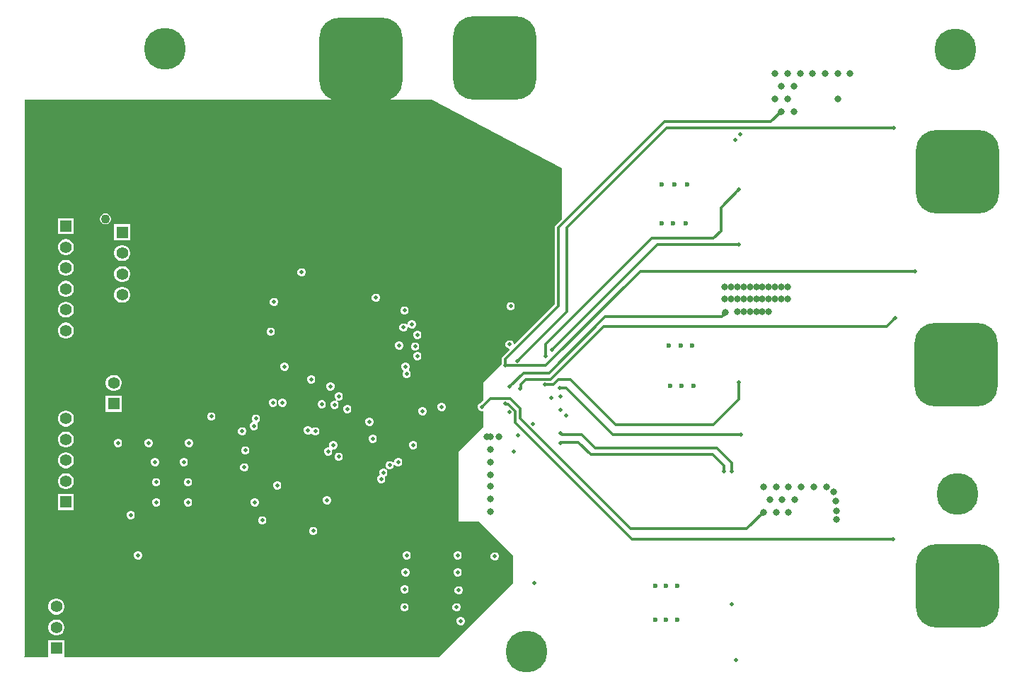
<source format=gbr>
%FSTAX23Y23*%
%MOIN*%
%SFA1B1*%

%IPPOS*%
%AMD100*
4,1,8,0.098400,0.196800,-0.098400,0.196800,-0.196800,0.098400,-0.196800,-0.098400,-0.098400,-0.196800,0.098400,-0.196800,0.196800,-0.098400,0.196800,0.098400,0.098400,0.196800,0.0*
1,1,0.196860,0.098400,0.098400*
1,1,0.196860,-0.098400,0.098400*
1,1,0.196860,-0.098400,-0.098400*
1,1,0.196860,0.098400,-0.098400*
%
%AMD101*
4,1,8,-0.196800,0.098400,-0.196800,-0.098400,-0.098400,-0.196800,0.098400,-0.196800,0.196800,-0.098400,0.196800,0.098400,0.098400,0.196800,-0.098400,0.196800,-0.196800,0.098400,0.0*
1,1,0.196860,-0.098400,0.098400*
1,1,0.196860,-0.098400,-0.098400*
1,1,0.196860,0.098400,-0.098400*
1,1,0.196860,0.098400,0.098400*
%
%ADD91R,0.055120X0.055120*%
%ADD92C,0.055120*%
%ADD93C,0.043310*%
%ADD98C,0.011810*%
%ADD99C,0.196850*%
G04~CAMADD=100~8~0.0~0.0~3937.0~3937.0~984.3~0.0~15~0.0~0.0~0.0~0.0~0~0.0~0.0~0.0~0.0~0~0.0~0.0~0.0~0.0~3937.0~3937.0*
%ADD100D100*%
G04~CAMADD=101~8~0.0~0.0~3937.0~3937.0~984.3~0.0~15~0.0~0.0~0.0~0.0~0~0.0~0.0~0.0~0.0~0~0.0~0.0~0.0~90.0~3936.0~3936.0*
%ADD101D101*%
%ADD102C,0.019680*%
%ADD103C,0.031500*%
%ADD104C,0.023620*%
%LNpcb_copper_signal_1-1*%
%LPD*%
G36*
X05964Y04118D02*
X05962Y04118D01*
X05961Y04117*
X0596Y04117*
X05958Y04117*
X05957Y04116*
X05956Y04116*
X05955Y04115*
X05954Y04114*
X05952Y04113*
X05951Y04112*
X05943Y04121*
X05944Y04122*
X05945Y04123*
X05946Y04124*
X05946Y04125*
X05947Y04126*
X05947Y04128*
X05948Y04129*
X05948Y0413*
X05948Y04132*
X05948Y04133*
X05964Y04118*
G37*
G36*
X06487Y04048D02*
X06487Y04048D01*
X06487Y04048*
X06486Y04048*
X06486Y04048*
X06485Y04048*
X06484Y04049*
X06482Y04049*
X06481Y04049*
Y0406*
X06482Y0406*
X06485Y04061*
X06486Y04061*
X06486Y04061*
X06487Y04061*
X06487Y04061*
X06487Y04061*
Y04048*
G37*
G36*
X05764Y03755D02*
X05764Y03755D01*
X05764Y03755*
X05763Y03754*
X05763Y03754*
X05762Y03754*
X05761Y03753*
X0576Y03751*
X05759Y03751*
X05751Y03759*
X05751Y0376*
X05754Y03762*
X05754Y03763*
X05754Y03763*
X05755Y03764*
X05755Y03764*
X05755Y03764*
X05764Y03755*
G37*
G36*
X05757Y03498D02*
X05757Y03498D01*
X05757Y03498*
X05756Y03498*
X05756Y03498*
X05755Y03498*
X05754Y03499*
X05752Y03499*
X05751Y03499*
Y0351*
X05752Y0351*
X05755Y03511*
X05756Y03511*
X05756Y03511*
X05757Y03511*
X05757Y03511*
X05757Y03511*
Y03498*
G37*
G36*
X06587Y03373D02*
X06587Y03373D01*
X06587Y03373*
X06586Y03373*
X06586Y03373*
X06585Y03373*
X06584Y03374*
X06582Y03374*
X06581Y03374*
Y03385*
X06582Y03385*
X06585Y03386*
X06586Y03386*
X06586Y03386*
X06587Y03386*
X06587Y03386*
X06587Y03386*
Y03373*
G37*
G36*
X05702Y0317D02*
X05701Y03169D01*
X05699Y03169*
X05698Y03168*
X05697Y03168*
X05695Y03167*
X05694Y03167*
X05693Y03166*
X05692Y03165*
X05691Y03164*
X0569Y03163*
X0568Y0317*
X05681Y03171*
X05682Y03172*
X05682Y03173*
X05683Y03174*
X05684Y03176*
X05684Y03177*
X05684Y03178*
X05684Y0318*
X05684Y03181*
X05684Y03182*
X05702Y0317*
G37*
G36*
X06499Y0315D02*
X06499Y0315D01*
X06499Y0315*
X06498Y03149*
X06498Y03149*
X06497Y03149*
X06496Y03148*
X06495Y03146*
X06494Y03146*
X06486Y03154*
X06486Y03155*
X06489Y03157*
X06489Y03158*
X06489Y03158*
X0649Y03159*
X0649Y03159*
X0649Y03159*
X06499Y0315*
G37*
G36*
X0493Y03865D02*
Y03625D01*
X04902Y03597*
X04898Y03591*
X04896Y03585*
Y03222*
X04709Y03035*
X04704Y03037*
Y03038*
X04701Y03046*
X04696Y03051*
X04688Y03054*
X04681*
X04673Y03051*
X04668Y03046*
X04665Y03038*
Y03031*
X04668Y03023*
X04673Y03018*
X04681Y03015*
X04682*
X04684Y0301*
X04652Y02977*
X04648Y02971*
X04646Y02965*
Y02943*
X04646Y02941*
X0456Y02855*
Y0277*
X04548Y02758*
X04543Y02756*
X04538Y02751*
X04535Y02743*
Y02736*
X04538Y02728*
X04543Y02723*
X04551Y0272*
X04558*
X0456Y02719*
Y02645*
X04445Y0253*
Y022*
X0454*
X047Y0204*
Y0191*
X0435Y0156*
X02589*
X02587Y01564*
Y01565*
Y01639*
X02512*
Y01565*
Y01564*
X0251Y0156*
X02401*
X02399Y01564*
X024Y01565*
Y0419*
X04317*
X0493Y03865*
G37*
G36*
X04898Y03015D02*
X04898Y03014D01*
X04895Y03012*
X04895Y03011*
X04895Y03011*
X04895Y0301*
X04894Y0301*
X04894Y0301*
X04885Y03019*
X04885Y03019*
X04885Y0302*
X04886Y0302*
X04886Y0302*
X04887Y0302*
X04888Y03021*
X04889Y03023*
X0489Y03023*
X04898Y03015*
G37*
G36*
X0486Y02992D02*
X04861Y02989D01*
X04861Y02988*
X04861Y02988*
X04861Y02987*
X04861Y02987*
X04861Y02987*
X04848*
X04848Y02987*
X04848Y02987*
X04848Y02988*
X04848Y02988*
X04848Y02989*
X04849Y0299*
X04849Y02992*
X04849Y02993*
X0486*
X0486Y02992*
G37*
G36*
X04733Y0296D02*
X04733Y02959D01*
X0473Y02957*
X0473Y02956*
X0473Y02956*
X0473Y02955*
X04729Y02955*
X04729Y02955*
X0472Y02964*
X0472Y02964*
X0472Y02965*
X04721Y02965*
X04721Y02965*
X04722Y02965*
X04723Y02966*
X04724Y02968*
X04725Y02968*
X04733Y0296*
G37*
G36*
X0467Y02947D02*
X04671Y02944D01*
X04671Y02943*
X04671Y02943*
X04671Y02942*
X04671Y02942*
X04671Y02942*
X04658*
X04658Y02942*
X04658Y02942*
X04658Y02943*
X04658Y02943*
X04658Y02944*
X04659Y02945*
X04659Y02947*
X04659Y02948*
X0467*
X0467Y02947*
G37*
G36*
X04672Y02941D02*
X04672Y02941D01*
X04673Y02941*
X04673Y02941*
X04674Y02941*
X04675Y0294*
X04677Y0294*
X04678Y0294*
Y02929*
X04677Y02929*
X04674Y02928*
X04673Y02928*
X04673Y02928*
X04672Y02928*
X04672Y02928*
X04672Y02928*
Y02941*
X04672Y02941*
G37*
G36*
X05771Y02847D02*
X05771Y02847D01*
X05771Y02846*
X05771Y02846*
X05771Y02845*
X0577Y02844*
X0577Y02842*
X0577Y02841*
X05759*
X05759Y02842*
X05758Y02845*
X05758Y02846*
X05758Y02846*
X05758Y02847*
X05758Y02847*
X05758Y02847*
X05771*
X05771Y02847*
G37*
G36*
X04857Y02851D02*
X04857Y02851D01*
X04858Y02851*
X04858Y02851*
X04859Y02851*
X0486Y0285*
X04862Y0285*
X04863Y0285*
Y02839*
X04862Y02839*
X04859Y02838*
X04858Y02838*
X04858Y02838*
X04857Y02838*
X04857Y02838*
X04857Y02838*
Y02851*
X04857Y02851*
G37*
G36*
X04927Y02836D02*
X04927Y02836D01*
X04928Y02836*
X04928Y02836*
X04929Y02836*
X0493Y02835*
X04932Y02835*
X04933Y02835*
Y02824*
X04932Y02824*
X04929Y02823*
X04928Y02823*
X04928Y02823*
X04927Y02823*
X04927Y02823*
X04927Y02823*
Y02836*
X04927Y02836*
G37*
G36*
X04568Y02745D02*
X04568Y02744D01*
X04565Y02742*
X04565Y02741*
X04565Y02741*
X04565Y0274*
X04564Y0274*
X04564Y0274*
X04555Y02749*
X04555Y02749*
X04555Y0275*
X04556Y0275*
X04556Y0275*
X04557Y0275*
X04558Y02751*
X04559Y02753*
X0456Y02753*
X04568Y02745*
G37*
G36*
X04934Y02617D02*
X04934Y02617D01*
X04935Y02616*
X04935Y02616*
X04936Y02616*
X04936Y02616*
X04937Y02616*
X04939Y02616*
X0494Y02616*
X04939Y02604*
X04928Y02605*
X04934Y02617*
X04934Y02617*
G37*
G36*
X05767Y02603D02*
X05767Y02603D01*
X05767Y02603*
X05766Y02603*
X05766Y02603*
X05765Y02603*
X05764Y02604*
X05762Y02604*
X05761Y02604*
Y02615*
X05762Y02615*
X05765Y02616*
X05766Y02616*
X05766Y02616*
X05767Y02616*
X05767Y02616*
X05767Y02616*
Y02603*
G37*
G36*
X0494Y02568D02*
X04939Y02568D01*
X04936Y02568*
X04936Y02568*
X04935Y02568*
X04935Y02568*
X04934Y02567*
X04934Y02567*
X04934Y02567*
X04928Y02579*
X04939Y0258*
X0494Y02568*
G37*
G36*
X05735Y02447D02*
X05736Y02444D01*
X05736Y02443*
X05736Y02443*
X05736Y02442*
X05736Y02442*
X05736Y02442*
X05723*
X05723Y02442*
X05723Y02442*
X05723Y02443*
X05723Y02443*
X05723Y02444*
X05724Y02445*
X05724Y02447*
X05724Y02448*
X05735*
X05735Y02447*
G37*
G36*
X057D02*
X057Y02444D01*
X057Y02443*
X05701Y02443*
X05701Y02442*
X05701Y02442*
X05701Y02442*
X05687*
X05687Y02442*
X05688Y02442*
X05688Y02443*
X05688Y02443*
X05688Y02444*
X05688Y02445*
X05688Y02447*
X05688Y02448*
X057*
X057Y02447*
G37*
G36*
X0588Y02228D02*
X05879Y02228D01*
X05878Y02228*
X05876Y02227*
X05875Y02227*
X05874Y02227*
X05872Y02226*
X05871Y02225*
X0587Y02224*
X05869Y02223*
X05868Y02222*
X05859Y02231*
X0586Y02232*
X05861Y02233*
X05862Y02234*
X05863Y02235*
X05863Y02237*
X05864Y02238*
X05864Y02239*
X05865Y02241*
X05865Y02242*
X05865Y02243*
X0588Y02228*
G37*
G36*
X06482Y02108D02*
X06482Y02108D01*
X06482Y02108*
X06481Y02108*
X06481Y02108*
X0648Y02108*
X06479Y02109*
X06477Y02109*
X06476Y02109*
Y0212*
X06477Y0212*
X0648Y02121*
X06481Y02121*
X06481Y02121*
X06482Y02121*
X06482Y02121*
X06482Y02121*
Y02108*
G37*
%LNpcb_copper_signal_1-2*%
%LPC*%
G36*
X02784Y03652D02*
X02777D01*
X02771Y03651*
X02765Y03647*
X0276Y03642*
X02757Y03637*
X02755Y0363*
Y03623*
X02757Y03617*
X0276Y03611*
X02765Y03606*
X02771Y03603*
X02777Y03601*
X02784*
X02791Y03603*
X02796Y03606*
X02801Y03611*
X02805Y03617*
X02806Y03623*
Y0363*
X02805Y03637*
X02801Y03642*
X02796Y03647*
X02791Y03651*
X02784Y03652*
G37*
G36*
X02632Y0363D02*
X02557D01*
Y03555*
X02632*
Y0363*
G37*
G36*
X02897Y03601D02*
X02822D01*
Y03526*
X02897*
Y03601*
G37*
G36*
X02599Y03532D02*
X0259D01*
X0258Y03529*
X02571Y03524*
X02564Y03517*
X0256Y03509*
X02557Y03499*
Y03489*
X0256Y0348*
X02564Y03471*
X02571Y03464*
X0258Y03459*
X0259Y03456*
X02599*
X02609Y03459*
X02618Y03464*
X02625Y03471*
X0263Y0348*
X02632Y03489*
Y03499*
X0263Y03509*
X02625Y03517*
X02618Y03524*
X02609Y03529*
X02599Y03532*
G37*
G36*
X02864Y03503D02*
X02855D01*
X02845Y035*
X02836Y03495*
X02829Y03488*
X02825Y0348*
X02822Y0347*
Y0346*
X02825Y03451*
X02829Y03442*
X02836Y03435*
X02845Y0343*
X02855Y03428*
X02864*
X02874Y0343*
X02883Y03435*
X0289Y03442*
X02895Y03451*
X02897Y0346*
Y0347*
X02895Y0348*
X0289Y03488*
X02883Y03495*
X02874Y035*
X02864Y03503*
G37*
G36*
X02599Y03433D02*
X0259D01*
X0258Y03431*
X02571Y03426*
X02564Y03419*
X0256Y0341*
X02557Y03401*
Y03391*
X0256Y03381*
X02564Y03373*
X02571Y03366*
X0258Y03361*
X0259Y03358*
X02599*
X02609Y03361*
X02618Y03366*
X02625Y03373*
X0263Y03381*
X02632Y03391*
Y03401*
X0263Y0341*
X02625Y03419*
X02618Y03426*
X02609Y03431*
X02599Y03433*
G37*
G36*
X03708Y03394D02*
X03701D01*
X03693Y03391*
X03688Y03386*
X03685Y03378*
Y03371*
X03688Y03363*
X03693Y03358*
X03701Y03355*
X03708*
X03716Y03358*
X03721Y03363*
X03724Y03371*
Y03378*
X03721Y03386*
X03716Y03391*
X03708Y03394*
G37*
G36*
X02864Y03404D02*
X02855D01*
X02845Y03402*
X02836Y03397*
X02829Y0339*
X02825Y03381*
X02822Y03372*
Y03362*
X02825Y03352*
X02829Y03344*
X02836Y03337*
X02845Y03332*
X02855Y03329*
X02864*
X02874Y03332*
X02883Y03337*
X0289Y03344*
X02895Y03352*
X02897Y03362*
Y03372*
X02895Y03381*
X0289Y0339*
X02883Y03397*
X02874Y03402*
X02864Y03404*
G37*
G36*
X02599Y03335D02*
X0259D01*
X0258Y03332*
X02571Y03327*
X02564Y0332*
X0256Y03312*
X02557Y03302*
Y03292*
X0256Y03283*
X02564Y03274*
X02571Y03267*
X0258Y03262*
X0259Y0326*
X02599*
X02609Y03262*
X02618Y03267*
X02625Y03274*
X0263Y03283*
X02632Y03292*
Y03302*
X0263Y03312*
X02625Y0332*
X02618Y03327*
X02609Y03332*
X02599Y03335*
G37*
G36*
X04058Y03274D02*
X04051D01*
X04043Y03271*
X04038Y03266*
X04035Y03258*
Y03251*
X04038Y03243*
X04043Y03238*
X04051Y03235*
X04058*
X04066Y03238*
X04071Y03243*
X04074Y03251*
Y03258*
X04071Y03266*
X04066Y03271*
X04058Y03274*
G37*
G36*
X02864Y03306D02*
X02855D01*
X02845Y03303*
X02836Y03299*
X02829Y03292*
X02825Y03283*
X02822Y03273*
Y03264*
X02825Y03254*
X02829Y03245*
X02836Y03238*
X02845Y03233*
X02855Y03231*
X02864*
X02874Y03233*
X02883Y03238*
X0289Y03245*
X02895Y03254*
X02897Y03264*
Y03273*
X02895Y03283*
X0289Y03292*
X02883Y03299*
X02874Y03303*
X02864Y03306*
G37*
G36*
X03578Y03254D02*
X03571D01*
X03563Y03251*
X03558Y03246*
X03555Y03238*
Y03231*
X03558Y03223*
X03563Y03218*
X03571Y03215*
X03578*
X03586Y03218*
X03591Y03223*
X03594Y03231*
Y03238*
X03591Y03246*
X03586Y03251*
X03578Y03254*
G37*
G36*
X04693Y03234D02*
X04686D01*
X04678Y03231*
X04673Y03226*
X0467Y03218*
Y03211*
X04673Y03203*
X04678Y03198*
X04686Y03195*
X04693*
X04701Y03198*
X04706Y03203*
X04709Y03211*
Y03218*
X04706Y03226*
X04701Y03231*
X04693Y03234*
G37*
G36*
X04193Y03214D02*
X04186D01*
X04178Y03211*
X04173Y03206*
X0417Y03198*
Y03191*
X04173Y03183*
X04178Y03178*
X04186Y03175*
X04193*
X04201Y03178*
X04206Y03183*
X04209Y03191*
Y03198*
X04206Y03206*
X04201Y03211*
X04193Y03214*
G37*
G36*
X02599Y03236D02*
X0259D01*
X0258Y03234*
X02571Y03229*
X02564Y03222*
X0256Y03213*
X02557Y03204*
Y03194*
X0256Y03184*
X02564Y03176*
X02571Y03169*
X0258Y03164*
X0259Y03161*
X02599*
X02609Y03164*
X02618Y03169*
X02625Y03176*
X0263Y03184*
X02632Y03194*
Y03204*
X0263Y03213*
X02625Y03222*
X02618Y03229*
X02609Y03234*
X02599Y03236*
G37*
G36*
X04228Y03149D02*
X04221D01*
X04213Y03146*
X04208Y03141*
X04205Y03133*
Y03129*
X042Y03127*
X04196Y03131*
X04188Y03134*
X04181*
X04173Y03131*
X04168Y03126*
X04165Y03118*
Y03111*
X04168Y03103*
X04173Y03098*
X04181Y03095*
X04188*
X04196Y03098*
X04201Y03103*
X04204Y03111*
Y03115*
X04209Y03117*
X04213Y03113*
X04221Y0311*
X04228*
X04236Y03113*
X04241Y03118*
X04244Y03126*
Y03133*
X04241Y03141*
X04236Y03146*
X04228Y03149*
G37*
G36*
X03563Y03114D02*
X03556D01*
X03548Y03111*
X03543Y03106*
X0354Y03098*
Y03091*
X03543Y03083*
X03548Y03078*
X03556Y03075*
X03563*
X03571Y03078*
X03576Y03083*
X03579Y03091*
Y03098*
X03576Y03106*
X03571Y03111*
X03563Y03114*
G37*
G36*
X02599Y03138D02*
X0259D01*
X0258Y03135*
X02571Y0313*
X02564Y03123*
X0256Y03115*
X02557Y03105*
Y03095*
X0256Y03086*
X02564Y03077*
X02571Y0307*
X0258Y03065*
X0259Y03063*
X02599*
X02609Y03065*
X02618Y0307*
X02625Y03077*
X0263Y03086*
X02632Y03095*
Y03105*
X0263Y03115*
X02625Y03123*
X02618Y0313*
X02609Y03135*
X02599Y03138*
G37*
G36*
X04253Y03099D02*
X04246D01*
X04238Y03096*
X04233Y03091*
X0423Y03083*
Y03076*
X04233Y03068*
X04238Y03063*
X04246Y0306*
X04253*
X04261Y03063*
X04266Y03068*
X04269Y03076*
Y03083*
X04266Y03091*
X04261Y03096*
X04253Y03099*
G37*
G36*
X04168Y03049D02*
X04161D01*
X04153Y03046*
X04148Y03041*
X04145Y03033*
Y03026*
X04148Y03018*
X04153Y03013*
X04161Y0301*
X04168*
X04176Y03013*
X04181Y03018*
X04184Y03026*
Y03033*
X04181Y03041*
X04176Y03046*
X04168Y03049*
G37*
G36*
X04243Y03044D02*
X04236D01*
X04228Y03041*
X04223Y03036*
X0422Y03028*
Y03021*
X04223Y03013*
X04228Y03008*
X04236Y03005*
X04243*
X04251Y03008*
X04256Y03013*
X04259Y03021*
Y03028*
X04256Y03036*
X04251Y03041*
X04243Y03044*
G37*
G36*
X04253Y02999D02*
X04246D01*
X04238Y02996*
X04233Y02991*
X0423Y02983*
Y02976*
X04233Y02968*
X04238Y02963*
X04246Y0296*
X04253*
X04261Y02963*
X04266Y02968*
X04269Y02976*
Y02983*
X04266Y02991*
X04261Y02996*
X04253Y02999*
G37*
G36*
X03628Y02949D02*
X03621D01*
X03613Y02946*
X03608Y02941*
X03605Y02933*
Y02926*
X03608Y02918*
X03613Y02913*
X03621Y0291*
X03628*
X03636Y02913*
X03641Y02918*
X03644Y02926*
Y02933*
X03641Y02941*
X03636Y02946*
X03628Y02949*
G37*
G36*
X04198D02*
X04191D01*
X04183Y02946*
X04178Y02941*
X04175Y02933*
Y02926*
X04178Y02918*
X04183Y02913*
X04184Y02913*
X04185Y02908*
X04183Y02906*
X0418Y02899*
Y02891*
X04183Y02883*
X04188Y02878*
X04196Y02875*
X04204*
X04211Y02878*
X04216Y02883*
X04219Y02891*
Y02899*
X04216Y02906*
X04211Y02911*
X0421Y02912*
X0421Y02916*
X04211Y02918*
X04214Y02926*
Y02933*
X04211Y02941*
X04206Y02946*
X04198Y02949*
G37*
G36*
X03753Y02889D02*
X03746D01*
X03738Y02886*
X03733Y02881*
X0373Y02873*
Y02866*
X03733Y02858*
X03738Y02853*
X03746Y0285*
X03753*
X03761Y02853*
X03766Y02858*
X03769Y02866*
Y02873*
X03766Y02881*
X03761Y02886*
X03753Y02889*
G37*
G36*
X03844Y02857D02*
X03836D01*
X03829Y02854*
X03823Y02848*
X0382Y02841*
Y02833*
X03823Y02826*
X03829Y0282*
X03836Y02817*
X03844*
X03851Y0282*
X03857Y02826*
X0386Y02833*
Y02841*
X03857Y02848*
X03851Y02854*
X03844Y02857*
G37*
G36*
X02824Y0289D02*
X02815D01*
X02805Y02888*
X02796Y02883*
X02789Y02876*
X02785Y02867*
X02782Y02858*
Y02848*
X02785Y02838*
X02789Y0283*
X02796Y02823*
X02805Y02818*
X02815Y02815*
X02824*
X02834Y02818*
X02843Y02823*
X0285Y0283*
X02855Y02838*
X02857Y02848*
Y02858*
X02855Y02867*
X0285Y02876*
X02843Y02883*
X02834Y02888*
X02824Y0289*
G37*
G36*
X03883Y02809D02*
X03876D01*
X03868Y02806*
X03863Y02801*
X0386Y02793*
Y02786*
X03863Y02778*
X03868Y02773*
X03866Y02768*
X03866Y02768*
X03863Y02769*
X03856*
X03848Y02766*
X03843Y02761*
X0384Y02753*
Y02746*
X03843Y02738*
X03848Y02733*
X03856Y0273*
X03863*
X03871Y02733*
X03876Y02738*
X03879Y02746*
Y02753*
X03876Y02761*
X03871Y02766*
X03873Y02771*
X03873Y02771*
X03876Y0277*
X03883*
X03891Y02773*
X03896Y02778*
X03899Y02786*
Y02793*
X03896Y02801*
X03891Y02806*
X03883Y02809*
G37*
G36*
X03618Y02779D02*
X03611D01*
X03603Y02776*
X03598Y02771*
X03595Y02763*
Y02756*
X03598Y02748*
X03603Y02743*
X03611Y0274*
X03618*
X03626Y02743*
X03631Y02748*
X03634Y02756*
Y02763*
X03631Y02771*
X03626Y02776*
X03618Y02779*
G37*
G36*
X03573D02*
X03566D01*
X03558Y02776*
X03553Y02771*
X0355Y02763*
Y02756*
X03553Y02748*
X03558Y02743*
X03566Y0274*
X03573*
X03581Y02743*
X03586Y02748*
X03589Y02756*
Y02763*
X03586Y02771*
X03581Y02776*
X03573Y02779*
G37*
G36*
X03803Y02772D02*
X03796D01*
X03788Y02769*
X03783Y02763*
X0378Y02756*
Y02748*
X03783Y02741*
X03788Y02735*
X03796Y02732*
X03803*
X03811Y02735*
X03816Y02741*
X03819Y02748*
Y02756*
X03816Y02763*
X03811Y02769*
X03803Y02772*
G37*
G36*
X04368Y02759D02*
X04361D01*
X04353Y02756*
X04348Y02751*
X04345Y02743*
Y02736*
X04348Y02728*
X04353Y02723*
X04361Y0272*
X04368*
X04376Y02723*
X04381Y02728*
X04384Y02736*
Y02743*
X04381Y02751*
X04376Y02756*
X04368Y02759*
G37*
G36*
X02857Y02792D02*
X02782D01*
Y02717*
X02857*
Y02792*
G37*
G36*
X03923Y02749D02*
X03916D01*
X03908Y02746*
X03903Y02741*
X039Y02733*
Y02726*
X03903Y02718*
X03908Y02713*
X03916Y0271*
X03923*
X03931Y02713*
X03936Y02718*
X03939Y02726*
Y02733*
X03936Y02741*
X03931Y02746*
X03923Y02749*
G37*
G36*
X04278Y02739D02*
X04271D01*
X04263Y02736*
X04258Y02731*
X04255Y02723*
Y02716*
X04258Y02708*
X04263Y02703*
X04271Y027*
X04278*
X04286Y02703*
X04291Y02708*
X04294Y02716*
Y02723*
X04291Y02731*
X04286Y02736*
X04278Y02739*
G37*
G36*
X03283Y02714D02*
X03276D01*
X03268Y02711*
X03263Y02706*
X0326Y02698*
Y02691*
X03263Y02683*
X03268Y02678*
X03276Y02675*
X03283*
X03291Y02678*
X03296Y02683*
X03299Y02691*
Y02698*
X03296Y02706*
X03291Y02711*
X03283Y02714*
G37*
G36*
X04028Y02689D02*
X04021D01*
X04013Y02686*
X04008Y02681*
X04005Y02673*
Y02666*
X04008Y02658*
X04013Y02653*
X04021Y0265*
X04028*
X04036Y02653*
X04041Y02658*
X04044Y02666*
Y02673*
X04041Y02681*
X04036Y02686*
X04028Y02689*
G37*
G36*
X02599Y02722D02*
X0259D01*
X0258Y0272*
X02571Y02715*
X02564Y02708*
X0256Y02699*
X02557Y0269*
Y0268*
X0256Y0267*
X02564Y02662*
X02571Y02655*
X0258Y0265*
X0259Y02647*
X02599*
X02609Y0265*
X02618Y02655*
X02625Y02662*
X0263Y0267*
X02632Y0268*
Y0269*
X0263Y02699*
X02625Y02708*
X02618Y02715*
X02609Y0272*
X02599Y02722*
G37*
G36*
X03493Y02704D02*
X03486D01*
X03478Y02701*
X03473Y02696*
X0347Y02688*
Y02681*
X03473Y02673*
X03471Y02668*
X03468Y02666*
X03463Y02661*
X0346Y02653*
Y02646*
X03463Y02638*
X03468Y02633*
X03476Y0263*
X03483*
X03491Y02633*
X03496Y02638*
X03499Y02646*
Y02653*
X03496Y02661*
X03498Y02666*
X03501Y02668*
X03506Y02673*
X03509Y02681*
Y02688*
X03506Y02696*
X03501Y02701*
X03493Y02704*
G37*
G36*
X03738Y02649D02*
X03731D01*
X03723Y02646*
X03718Y02641*
X03715Y02633*
Y02626*
X03718Y02618*
X03723Y02613*
X03731Y0261*
X03738*
X03746Y02613*
X03748Y02615*
X03753Y02614*
X03753Y02613*
X03758Y02608*
X03766Y02605*
X03773*
X03781Y02608*
X03786Y02613*
X03789Y02621*
Y02628*
X03786Y02636*
X03781Y02641*
X03773Y02644*
X03766*
X03758Y02641*
X03756Y02639*
X03751Y0264*
X03751Y02641*
X03746Y02646*
X03738Y02649*
G37*
G36*
X03428Y02644D02*
X03421D01*
X03413Y02641*
X03408Y02636*
X03405Y02628*
Y02621*
X03408Y02613*
X03413Y02608*
X03421Y02605*
X03428*
X03436Y02608*
X03441Y02613*
X03444Y02621*
Y02628*
X03441Y02636*
X03436Y02641*
X03428Y02644*
G37*
G36*
X04043Y02609D02*
X04036D01*
X04028Y02606*
X04023Y02601*
X0402Y02593*
Y02586*
X04023Y02578*
X04028Y02573*
X04036Y0257*
X04043*
X04051Y02573*
X04056Y02578*
X04059Y02586*
Y02593*
X04056Y02601*
X04051Y02606*
X04043Y02609*
G37*
G36*
X03178Y02589D02*
X03171D01*
X03163Y02586*
X03158Y02581*
X03155Y02573*
Y02566*
X03158Y02558*
X03163Y02553*
X03171Y0255*
X03178*
X03186Y02553*
X03191Y02558*
X03194Y02566*
Y02573*
X03191Y02581*
X03186Y02586*
X03178Y02589*
G37*
G36*
X02988D02*
X02981D01*
X02973Y02586*
X02968Y02581*
X02965Y02573*
Y02566*
X02968Y02558*
X02973Y02553*
X02981Y0255*
X02988*
X02996Y02553*
X03001Y02558*
X03004Y02566*
Y02573*
X03001Y02581*
X02996Y02586*
X02988Y02589*
G37*
G36*
X02843D02*
X02836D01*
X02828Y02586*
X02823Y02581*
X0282Y02573*
Y02566*
X02823Y02558*
X02828Y02553*
X02836Y0255*
X02843*
X02851Y02553*
X02856Y02558*
X02859Y02566*
Y02573*
X02856Y02581*
X02851Y02586*
X02843Y02589*
G37*
G36*
X02599Y02624D02*
X0259D01*
X0258Y02621*
X02571Y02616*
X02564Y02609*
X0256Y02601*
X02557Y02591*
Y02581*
X0256Y02572*
X02564Y02563*
X02571Y02556*
X0258Y02551*
X0259Y02549*
X02599*
X02609Y02551*
X02618Y02556*
X02625Y02563*
X0263Y02572*
X02632Y02581*
Y02591*
X0263Y02601*
X02625Y02609*
X02618Y02616*
X02609Y02621*
X02599Y02624*
G37*
G36*
X04233Y02579D02*
X04226D01*
X04218Y02576*
X04213Y02571*
X0421Y02563*
Y02556*
X04213Y02548*
X04218Y02543*
X04226Y0254*
X04233*
X04241Y02543*
X04246Y02548*
X04249Y02556*
Y02563*
X04246Y02571*
X04241Y02576*
X04233Y02579*
G37*
G36*
X03443Y02554D02*
X03436D01*
X03428Y02551*
X03423Y02546*
X0342Y02538*
Y02531*
X03423Y02523*
X03428Y02518*
X03436Y02515*
X03443*
X03451Y02518*
X03456Y02523*
X03459Y02531*
Y02538*
X03456Y02546*
X03451Y02551*
X03443Y02554*
G37*
G36*
X03858Y02579D02*
X03851D01*
X03843Y02576*
X03838Y02571*
X03835Y02563*
Y02556*
X03835Y02554*
X03835Y02553*
X03832Y02549*
X03826*
X03818Y02546*
X03813Y02541*
X0381Y02533*
Y02526*
X03813Y02518*
X03818Y02513*
X03826Y0251*
X03833*
X03841Y02513*
X03846Y02518*
X03849Y02526*
Y02533*
X03849Y02535*
X03849Y02536*
X03852Y0254*
X03858*
X03866Y02543*
X03871Y02548*
X03874Y02556*
Y02563*
X03871Y02571*
X03866Y02576*
X03858Y02579*
G37*
G36*
X03883Y02524D02*
X03876D01*
X03868Y02521*
X03863Y02516*
X0386Y02508*
Y02501*
X03863Y02493*
X03868Y02488*
X03876Y02485*
X03883*
X03891Y02488*
X03896Y02493*
X03899Y02501*
Y02508*
X03896Y02516*
X03891Y02521*
X03883Y02524*
G37*
G36*
X04163Y02499D02*
X04156D01*
X04148Y02496*
X04143Y02491*
X0414Y02483*
Y02479*
X04135Y02477*
X04131Y02481*
X04123Y02484*
X04116*
X04108Y02481*
X04103Y02476*
X041Y02468*
Y02461*
X04103Y02453*
X04108Y02448*
X04116Y02445*
X04123*
X04131Y02448*
X04136Y02453*
X04139Y02461*
Y02465*
X04144Y02467*
X04148Y02463*
X04156Y0246*
X04163*
X04171Y02463*
X04176Y02468*
X04179Y02476*
Y02483*
X04176Y02491*
X04171Y02496*
X04163Y02499*
G37*
G36*
X03153D02*
X03146D01*
X03138Y02496*
X03133Y02491*
X0313Y02483*
Y02476*
X03133Y02468*
X03138Y02463*
X03146Y0246*
X03153*
X03161Y02463*
X03166Y02468*
X03169Y02476*
Y02483*
X03166Y02491*
X03161Y02496*
X03153Y02499*
G37*
G36*
X03018D02*
X03011D01*
X03003Y02496*
X02998Y02491*
X02995Y02483*
Y02476*
X02998Y02468*
X03003Y02463*
X03011Y0246*
X03018*
X03026Y02463*
X03031Y02468*
X03034Y02476*
Y02483*
X03031Y02491*
X03026Y02496*
X03018Y02499*
G37*
G36*
X02599Y02525D02*
X0259D01*
X0258Y02523*
X02571Y02518*
X02564Y02511*
X0256Y02502*
X02557Y02493*
Y02483*
X0256Y02473*
X02564Y02465*
X02571Y02458*
X0258Y02453*
X0259Y0245*
X02599*
X02609Y02453*
X02618Y02458*
X02625Y02465*
X0263Y02473*
X02632Y02483*
Y02493*
X0263Y02502*
X02625Y02511*
X02618Y02518*
X02609Y02523*
X02599Y02525*
G37*
G36*
X03438Y02474D02*
X03431D01*
X03423Y02471*
X03418Y02466*
X03415Y02458*
Y02451*
X03418Y02443*
X03423Y02438*
X03431Y02435*
X03438*
X03446Y02438*
X03451Y02443*
X03454Y02451*
Y02458*
X03451Y02466*
X03446Y02471*
X03438Y02474*
G37*
G36*
X04093Y02449D02*
X04086D01*
X04078Y02446*
X04073Y02441*
X0407Y02433*
Y02426*
X04073Y02418*
X04073Y02418*
X04068Y02416*
X04063Y02411*
X0406Y02403*
Y02396*
X04063Y02388*
X04068Y02383*
X04076Y0238*
X04083*
X04091Y02383*
X04096Y02388*
X04099Y02396*
Y02403*
X04096Y02411*
X04096Y02411*
X04101Y02413*
X04106Y02418*
X04109Y02426*
Y02433*
X04106Y02441*
X04101Y02446*
X04093Y02449*
G37*
G36*
X03173Y02404D02*
X03166D01*
X03158Y02401*
X03153Y02396*
X0315Y02388*
Y02381*
X03153Y02373*
X03158Y02368*
X03166Y02365*
X03173*
X03181Y02368*
X03186Y02373*
X03189Y02381*
Y02388*
X03186Y02396*
X03181Y02401*
X03173Y02404*
G37*
G36*
X03023D02*
X03016D01*
X03008Y02401*
X03003Y02396*
X03Y02388*
Y02381*
X03003Y02373*
X03008Y02368*
X03016Y02365*
X03023*
X03031Y02368*
X03036Y02373*
X03039Y02381*
Y02388*
X03036Y02396*
X03031Y02401*
X03023Y02404*
G37*
G36*
X02599Y02427D02*
X0259D01*
X0258Y02425*
X02571Y0242*
X02564Y02413*
X0256Y02404*
X02557Y02394*
Y02385*
X0256Y02375*
X02564Y02366*
X02571Y02359*
X0258Y02355*
X0259Y02352*
X02599*
X02609Y02355*
X02618Y02359*
X02625Y02366*
X0263Y02375*
X02632Y02385*
Y02394*
X0263Y02404*
X02625Y02413*
X02618Y0242*
X02609Y02425*
X02599Y02427*
G37*
G36*
X03593Y02389D02*
X03586D01*
X03578Y02386*
X03573Y02381*
X0357Y02373*
Y02366*
X03573Y02358*
X03578Y02353*
X03586Y0235*
X03593*
X03601Y02353*
X03606Y02358*
X03609Y02366*
Y02373*
X03606Y02381*
X03601Y02386*
X03593Y02389*
G37*
G36*
X03828Y02319D02*
X03821D01*
X03813Y02316*
X03808Y02311*
X03805Y02303*
Y02296*
X03808Y02288*
X03813Y02283*
X03821Y0228*
X03828*
X03836Y02283*
X03841Y02288*
X03844Y02296*
Y02303*
X03841Y02311*
X03836Y02316*
X03828Y02319*
G37*
G36*
X03488Y02309D02*
X03481D01*
X03473Y02306*
X03468Y02301*
X03465Y02293*
Y02286*
X03468Y02278*
X03473Y02273*
X03481Y0227*
X03488*
X03496Y02273*
X03501Y02278*
X03504Y02286*
Y02293*
X03501Y02301*
X03496Y02306*
X03488Y02309*
G37*
G36*
X03173D02*
X03166D01*
X03158Y02306*
X03153Y02301*
X0315Y02293*
Y02286*
X03153Y02278*
X03158Y02273*
X03166Y0227*
X03173*
X03181Y02273*
X03186Y02278*
X03189Y02286*
Y02293*
X03186Y02301*
X03181Y02306*
X03173Y02309*
G37*
G36*
X03023D02*
X03016D01*
X03008Y02306*
X03003Y02301*
X03Y02293*
Y02286*
X03003Y02278*
X03008Y02273*
X03016Y0227*
X03023*
X03031Y02273*
X03036Y02278*
X03039Y02286*
Y02293*
X03036Y02301*
X03031Y02306*
X03023Y02309*
G37*
G36*
X02632Y02329D02*
X02557D01*
Y02254*
X02632*
Y02329*
G37*
G36*
X02903Y02249D02*
X02896D01*
X02888Y02246*
X02883Y02241*
X0288Y02233*
Y02226*
X02883Y02218*
X02888Y02213*
X02896Y0221*
X02903*
X02911Y02213*
X02916Y02218*
X02919Y02226*
Y02233*
X02916Y02241*
X02911Y02246*
X02903Y02249*
G37*
G36*
X03523Y02224D02*
X03516D01*
X03508Y02221*
X03503Y02216*
X035Y02208*
Y02201*
X03503Y02193*
X03508Y02188*
X03516Y02185*
X03523*
X03531Y02188*
X03536Y02193*
X03539Y02201*
Y02208*
X03536Y02216*
X03531Y02221*
X03523Y02224*
G37*
G36*
X03763Y02174D02*
X03756D01*
X03748Y02171*
X03743Y02166*
X0374Y02158*
Y02151*
X03743Y02143*
X03748Y02138*
X03756Y02135*
X03763*
X03771Y02138*
X03776Y02143*
X03779Y02151*
Y02158*
X03776Y02166*
X03771Y02171*
X03763Y02174*
G37*
G36*
X04443Y02059D02*
X04436D01*
X04428Y02056*
X04423Y02051*
X0442Y02043*
Y02036*
X04423Y02028*
X04428Y02023*
X04436Y0202*
X04443*
X04451Y02023*
X04456Y02028*
X04459Y02036*
Y02043*
X04456Y02051*
X04451Y02056*
X04443Y02059*
G37*
G36*
X04203D02*
X04196D01*
X04188Y02056*
X04183Y02051*
X0418Y02043*
Y02036*
X04183Y02028*
X04188Y02023*
X04196Y0202*
X04203*
X04211Y02023*
X04216Y02028*
X04219Y02036*
Y02043*
X04216Y02051*
X04211Y02056*
X04203Y02059*
G37*
G36*
X02938D02*
X02931D01*
X02923Y02056*
X02918Y02051*
X02915Y02043*
Y02036*
X02918Y02028*
X02923Y02023*
X02931Y0202*
X02938*
X02946Y02023*
X02951Y02028*
X02954Y02036*
Y02043*
X02951Y02051*
X02946Y02056*
X02938Y02059*
G37*
G36*
X04618Y02054D02*
X04611D01*
X04603Y02051*
X04598Y02046*
X04595Y02038*
Y02031*
X04598Y02023*
X04603Y02018*
X04611Y02015*
X04618*
X04626Y02018*
X04631Y02023*
X04634Y02031*
Y02038*
X04631Y02046*
X04626Y02051*
X04618Y02054*
G37*
G36*
X04443Y01979D02*
X04436D01*
X04428Y01976*
X04423Y01971*
X0442Y01963*
Y01956*
X04423Y01948*
X04428Y01943*
X04436Y0194*
X04443*
X04451Y01943*
X04456Y01948*
X04459Y01956*
Y01963*
X04456Y01971*
X04451Y01976*
X04443Y01979*
G37*
G36*
X04198D02*
X04191D01*
X04183Y01976*
X04178Y01971*
X04175Y01963*
Y01956*
X04178Y01948*
X04183Y01943*
X04191Y0194*
X04198*
X04206Y01943*
X04211Y01948*
X04214Y01956*
Y01963*
X04211Y01971*
X04206Y01976*
X04198Y01979*
G37*
G36*
X04193Y01899D02*
X04186D01*
X04178Y01896*
X04173Y01891*
X0417Y01883*
Y01876*
X04173Y01868*
X04178Y01863*
X04186Y0186*
X04193*
X04201Y01863*
X04206Y01868*
X04209Y01876*
Y01883*
X04206Y01891*
X04201Y01896*
X04193Y01899*
G37*
G36*
X04448Y01894D02*
X04441D01*
X04433Y01891*
X04428Y01886*
X04425Y01878*
Y01871*
X04428Y01863*
X04433Y01858*
X04441Y01855*
X04448*
X04456Y01858*
X04461Y01863*
X04464Y01871*
Y01878*
X04461Y01886*
X04456Y01891*
X04448Y01894*
G37*
G36*
X04438Y01814D02*
X04431D01*
X04423Y01811*
X04418Y01806*
X04415Y01798*
Y01791*
X04418Y01783*
X04423Y01778*
X04431Y01775*
X04438*
X04446Y01778*
X04451Y01783*
X04454Y01791*
Y01798*
X04451Y01806*
X04446Y01811*
X04438Y01814*
G37*
G36*
X04193D02*
X04186D01*
X04178Y01811*
X04173Y01806*
X0417Y01798*
Y01791*
X04173Y01783*
X04178Y01778*
X04186Y01775*
X04193*
X04201Y01778*
X04206Y01783*
X04209Y01791*
Y01798*
X04206Y01806*
X04201Y01811*
X04193Y01814*
G37*
G36*
X02554Y01835D02*
X02545D01*
X02535Y01833*
X02526Y01828*
X02519Y01821*
X02515Y01812*
X02512Y01803*
Y01793*
X02515Y01783*
X02519Y01775*
X02526Y01768*
X02535Y01763*
X02545Y0176*
X02554*
X02564Y01763*
X02573Y01768*
X0258Y01775*
X02585Y01783*
X02587Y01793*
Y01803*
X02585Y01812*
X0258Y01821*
X02573Y01828*
X02564Y01833*
X02554Y01835*
G37*
G36*
X04458Y01749D02*
X04451D01*
X04443Y01746*
X04438Y01741*
X04435Y01733*
Y01726*
X04438Y01718*
X04443Y01713*
X04451Y0171*
X04458*
X04466Y01713*
X04471Y01718*
X04474Y01726*
Y01733*
X04471Y01741*
X04466Y01746*
X04458Y01749*
G37*
G36*
X02554Y01737D02*
X02545D01*
X02535Y01735*
X02526Y0173*
X02519Y01723*
X02515Y01714*
X02512Y01704*
Y01695*
X02515Y01685*
X02519Y01676*
X02526Y01669*
X02535Y01665*
X02545Y01662*
X02554*
X02564Y01665*
X02573Y01669*
X0258Y01676*
X02585Y01685*
X02587Y01695*
Y01704*
X02585Y01714*
X0258Y01723*
X02573Y0173*
X02564Y01735*
X02554Y01737*
G37*
%LNpcb_copper_signal_1-3*%
%LPD*%
G54D91*
X02595Y02291D03*
Y03592D03*
X0286Y03564D03*
X0282Y02755D03*
X0255Y01601D03*
G54D92*
X02595Y0239D03*
Y02488D03*
Y02586D03*
Y02685D03*
Y02783D03*
Y03494D03*
Y03396D03*
Y03297D03*
Y03199D03*
Y031D03*
Y03002D03*
X0286Y03465D03*
Y03367D03*
Y03268D03*
Y0317D03*
X0282Y02853D03*
Y02951D03*
X0255Y01896D03*
Y01798D03*
Y017D03*
G54D93*
X02781Y03627D03*
G54D98*
X04685Y02835D02*
X0475Y029D01*
X0487*
X04736Y02826D02*
Y02846D01*
X04735Y02825D02*
X04736Y02826D01*
Y02846D02*
X0476Y0287D01*
X04676Y02753D02*
X0471Y0272D01*
X04665Y02755D02*
X04666Y02753D01*
X04676*
X0471Y02665D02*
Y0272D01*
X0538Y03505D02*
X05765D01*
X04885Y0301D02*
X0538Y03505D01*
X0472Y02955D02*
X04955Y0319D01*
Y03585*
X0485Y02845D02*
X0489D01*
X04913Y02868*
X04971*
X05185Y02655*
X0495Y0283D02*
X0517Y0261D01*
X0492Y0283D02*
X0495D01*
X0517Y0261D02*
X05775D01*
X0476Y0287D02*
X04878D01*
X05127Y0312*
X0646*
X05765Y02775D02*
Y02855D01*
X05645Y02655D02*
X05765Y02775D01*
X05185Y02655D02*
X05645D01*
X05069Y02515D02*
X05642D01*
X05009Y02574D02*
X05069Y02515D01*
X05024Y0261D02*
X05089Y02545D01*
X05662*
X0573Y02477*
X05642Y02515D02*
X05694Y02462D01*
X0487Y029D02*
X05135Y03165D01*
X04665Y02935D02*
X04855D01*
X053Y0338*
X06595*
X0568Y0368D02*
X05765Y03765D01*
X0568Y0357D02*
Y0368D01*
X05645Y03535D02*
X0568Y0357D01*
X05355Y03535D02*
X05645D01*
X04855Y03035D02*
X05355Y03535D01*
X04855Y0298D02*
Y03035D01*
X04687Y0278D02*
X04735Y02732D01*
X04595Y0278D02*
X04687D01*
X04735Y02685D02*
Y02732D01*
X05255Y02165D02*
X05801D01*
X04735Y02685D02*
X05255Y02165D01*
X04555Y0274D02*
X04595Y0278D01*
X05425Y04055D02*
X06495D01*
X05415Y04085D02*
X05915D01*
X04955Y03585D02*
X05425Y04055D01*
X05915Y04085D02*
X05964Y04133D01*
X04915Y03585D02*
X05415Y04085D01*
X04927Y02615D02*
X04931Y0261D01*
X04925Y02615D02*
X04927D01*
X04925Y0257D02*
X04927D01*
X04931Y02574*
X05009*
X04931Y0261D02*
X05024D01*
X0471Y02665D02*
X0526Y02115D01*
X06489*
X0573Y02435D02*
Y02477D01*
X05694Y02435D02*
Y02462D01*
X04665Y02935D02*
Y02965D01*
X04915Y03215*
X05683Y03165D02*
X057Y03181D01*
Y03185*
X05135Y03165D02*
X05683D01*
X0646Y0312D02*
X065Y0316D01*
X04915Y03215D02*
Y03585D01*
X05801Y02165D02*
X0588Y02244D01*
G54D99*
X06795Y0233D03*
X06785Y04425D03*
X04765Y01585D03*
X0306Y0443D03*
G54D100*
X03985Y0438D03*
X04615Y04385D03*
G54D101*
X06795Y0385D03*
X06787Y0294D03*
X06795Y01895D03*
G54D102*
X0356Y03095D03*
X03625Y0293D03*
X0384Y02837D03*
X0388Y0279D03*
X038Y02752D03*
X0386Y0275D03*
X0392Y0273D03*
X042Y02895D03*
X0425Y0308D03*
X04685Y02835D03*
X04735Y02825D03*
X04665Y02755D03*
X04685Y02715D03*
X03355Y02395D03*
X03435Y02455D03*
X0328Y02695D03*
X0344Y02535D03*
X03294Y0257D03*
X0359Y0237D03*
X0358Y02165D03*
X03825Y02185D03*
X03435Y023D03*
X0284Y0257D03*
X029Y0223D03*
X0355Y0289D03*
X04455Y0173D03*
X0424Y03025D03*
X03885Y03225D03*
X04005Y03035D03*
X03925Y0307D03*
X0457Y01925D03*
X0434Y0163D03*
X03705Y03375D03*
X0352Y03235D03*
X03575D03*
X0313Y03005D03*
X0311Y0282D03*
X03343Y02191D03*
X0381Y0206D03*
X03615Y01805D03*
X03925Y0445D03*
X03955D03*
X03985D03*
X04015D03*
X04045D03*
Y0442D03*
X04015D03*
X03985D03*
X03955D03*
X03925D03*
Y0439D03*
X03955D03*
X03985D03*
X04015D03*
X04045D03*
Y0436D03*
X04015D03*
X03985D03*
X03955D03*
X03925D03*
Y0433D03*
X03955D03*
X03985D03*
X04015D03*
X04045D03*
Y043D03*
X04015D03*
X03985D03*
X03955D03*
X03925D03*
Y0427D03*
X03955D03*
X03985D03*
X04015D03*
X04045D03*
Y0424D03*
X04015D03*
X03985D03*
X03955D03*
X03925D03*
Y0421D03*
X03955D03*
X03985D03*
X04015D03*
X04045D03*
Y0448D03*
X04015D03*
X03985D03*
X03955D03*
X03925D03*
Y0451D03*
X03955D03*
X03985D03*
X04015D03*
X04045Y0454D03*
X04015D03*
X03985D03*
X03955D03*
X03925D03*
X04045Y0451D03*
X04075Y0454D03*
Y0451D03*
Y0448D03*
Y0445D03*
Y0442D03*
Y0439D03*
Y0436D03*
Y0433D03*
Y043D03*
Y0427D03*
Y0424D03*
Y0421D03*
X04105Y0454D03*
Y0451D03*
Y0448D03*
Y0445D03*
Y0442D03*
Y0439D03*
Y0436D03*
Y0433D03*
Y043D03*
Y0427D03*
Y0424D03*
Y0421D03*
X04135Y0451D03*
Y0448D03*
Y0445D03*
Y0442D03*
Y0439D03*
Y0436D03*
Y0433D03*
Y043D03*
Y0427D03*
Y0424D03*
X03895Y0421D03*
Y0424D03*
Y0427D03*
Y043D03*
Y0433D03*
Y0436D03*
Y0439D03*
Y0442D03*
Y0445D03*
Y0448D03*
Y0451D03*
Y0454D03*
X03865D03*
Y0451D03*
Y0448D03*
Y0445D03*
Y0442D03*
Y0439D03*
Y0436D03*
Y0433D03*
Y043D03*
Y0427D03*
Y0424D03*
Y0421D03*
X03835Y0424D03*
Y0427D03*
Y043D03*
Y0433D03*
Y0436D03*
Y0439D03*
Y0442D03*
Y0445D03*
Y0448D03*
Y0451D03*
X04465Y04515D03*
Y04485D03*
Y04455D03*
Y04425D03*
Y04395D03*
Y04365D03*
Y04335D03*
Y04305D03*
Y04275D03*
Y04245D03*
X04495Y04215D03*
Y04245D03*
Y04275D03*
Y04305D03*
Y04335D03*
Y04365D03*
Y04395D03*
Y04425D03*
Y04455D03*
Y04485D03*
Y04515D03*
Y04545D03*
X04525D03*
Y04515D03*
Y04485D03*
Y04455D03*
Y04425D03*
Y04395D03*
Y04365D03*
Y04335D03*
Y04305D03*
Y04275D03*
Y04245D03*
Y04215D03*
X04765Y04245D03*
Y04275D03*
Y04305D03*
Y04335D03*
Y04365D03*
Y04395D03*
Y04425D03*
Y04455D03*
Y04485D03*
Y04515D03*
X04735Y04215D03*
Y04245D03*
Y04275D03*
Y04305D03*
Y04335D03*
Y04365D03*
Y04395D03*
Y04425D03*
Y04455D03*
Y04485D03*
Y04515D03*
Y04545D03*
X04705Y04215D03*
Y04245D03*
Y04275D03*
Y04305D03*
Y04335D03*
Y04365D03*
Y04395D03*
Y04425D03*
Y04455D03*
Y04485D03*
Y04515D03*
Y04545D03*
X04675Y04515D03*
X04555Y04545D03*
X04585D03*
X04615D03*
X04645D03*
X04675D03*
X04645Y04515D03*
X04615D03*
X04585D03*
X04555D03*
Y04485D03*
X04585D03*
X04615D03*
X04645D03*
X04675D03*
Y04215D03*
X04645D03*
X04615D03*
X04585D03*
X04555D03*
Y04245D03*
X04585D03*
X04615D03*
X04645D03*
X04675D03*
Y04275D03*
X04645D03*
X04615D03*
X04585D03*
X04555D03*
Y04305D03*
X04585D03*
X04615D03*
X04645D03*
X04675D03*
Y04335D03*
X04645D03*
X04615D03*
X04585D03*
X04555D03*
Y04365D03*
X04585D03*
X04615D03*
X04645D03*
X04675D03*
Y04395D03*
X04645D03*
X04615D03*
X04585D03*
X04555D03*
Y04425D03*
X04585D03*
X04615D03*
X04645D03*
X04675D03*
Y04455D03*
X04645D03*
X04615D03*
X04585D03*
X04555D03*
X06725Y0379D03*
Y0382D03*
Y0385D03*
Y0388D03*
Y0391D03*
X06755D03*
Y0388D03*
Y0385D03*
Y0382D03*
Y0379D03*
X06785D03*
Y0382D03*
Y0385D03*
Y0388D03*
Y0391D03*
X06815D03*
Y0388D03*
Y0385D03*
Y0382D03*
Y0379D03*
X06845D03*
Y0382D03*
Y0385D03*
Y0388D03*
Y0391D03*
X06875D03*
Y0388D03*
Y0385D03*
Y0382D03*
Y0379D03*
X06905D03*
Y0382D03*
Y0385D03*
Y0388D03*
Y0391D03*
X06935D03*
Y0388D03*
Y0385D03*
Y0382D03*
Y0379D03*
X06965D03*
Y0382D03*
Y0385D03*
Y0388D03*
Y0391D03*
X06695D03*
Y0388D03*
Y0385D03*
Y0382D03*
Y0379D03*
X06665D03*
Y0382D03*
Y0385D03*
Y0388D03*
X06635Y0391D03*
Y0388D03*
Y0385D03*
Y0382D03*
Y0379D03*
X06665Y0391D03*
X06635Y0394D03*
X06665D03*
X06695D03*
X06725D03*
X06755D03*
X06785D03*
X06815D03*
X06845D03*
X06875D03*
X06905D03*
X06935D03*
X06965D03*
X06635Y0397D03*
X06665D03*
X06695D03*
X06725D03*
X06755D03*
X06785D03*
X06815D03*
X06845D03*
X06875D03*
X06905D03*
X06935D03*
X06965D03*
X06665Y04D03*
X06695D03*
X06725D03*
X06755D03*
X06785D03*
X06815D03*
X06845D03*
X06875D03*
X06905D03*
X06935D03*
X06965Y0376D03*
X06935D03*
X06905D03*
X06875D03*
X06845D03*
X06815D03*
X06785D03*
X06755D03*
X06725D03*
X06695D03*
X06665D03*
X06635D03*
Y0373D03*
X06665D03*
X06695D03*
X06725D03*
X06755D03*
X06785D03*
X06815D03*
X06845D03*
X06875D03*
X06905D03*
X06935D03*
X06965D03*
X06935Y037D03*
X06905D03*
X06875D03*
X06845D03*
X06815D03*
X06785D03*
X06755D03*
X06725D03*
X06695D03*
X06665D03*
X06657Y0279D03*
X06687D03*
X06717D03*
X06747D03*
X06777D03*
X06807D03*
X06837D03*
X06867D03*
X06897D03*
X06927D03*
X06957Y0282D03*
X06927D03*
X06897D03*
X06867D03*
X06837D03*
X06807D03*
X06777D03*
X06747D03*
X06717D03*
X06687D03*
X06657D03*
X06627D03*
Y0285D03*
X06657D03*
X06687D03*
X06717D03*
X06747D03*
X06777D03*
X06807D03*
X06837D03*
X06867D03*
X06897D03*
X06927D03*
X06957D03*
X06927Y0309D03*
X06897D03*
X06867D03*
X06837D03*
X06807D03*
X06777D03*
X06747D03*
X06717D03*
X06687D03*
X06657D03*
X06957Y0306D03*
X06927D03*
X06897D03*
X06867D03*
X06837D03*
X06807D03*
X06777D03*
X06747D03*
X06717D03*
X06687D03*
X06657D03*
X06627D03*
X06957Y0303D03*
X06927D03*
X06897D03*
X06867D03*
X06837D03*
X06807D03*
X06777D03*
X06747D03*
X06717D03*
X06687D03*
X06657D03*
X06627D03*
X06657Y03D03*
X06627Y0288D03*
Y0291D03*
Y0294D03*
Y0297D03*
Y03D03*
X06657Y0297D03*
Y0294D03*
Y0291D03*
Y0288D03*
X06687D03*
Y0291D03*
Y0294D03*
Y0297D03*
Y03D03*
X06957D03*
Y0297D03*
Y0294D03*
Y0291D03*
Y0288D03*
X06927D03*
Y0291D03*
Y0294D03*
Y0297D03*
Y03D03*
X06897D03*
Y0297D03*
Y0294D03*
Y0291D03*
Y0288D03*
X06867D03*
Y0291D03*
Y0294D03*
Y0297D03*
Y03D03*
X06837D03*
Y0297D03*
Y0294D03*
Y0291D03*
Y0288D03*
X06807D03*
Y0291D03*
Y0294D03*
Y0297D03*
Y03D03*
X06777D03*
Y0297D03*
Y0294D03*
Y0291D03*
Y0288D03*
X06747D03*
Y0291D03*
Y0294D03*
Y0297D03*
Y03D03*
X06717D03*
Y0297D03*
Y0294D03*
Y0291D03*
Y0288D03*
X06725Y01835D03*
Y01865D03*
Y01895D03*
Y01925D03*
Y01955D03*
X06755D03*
Y01925D03*
Y01895D03*
Y01865D03*
Y01835D03*
X06785D03*
Y01865D03*
Y01895D03*
Y01925D03*
Y01955D03*
X06815D03*
Y01925D03*
Y01895D03*
Y01865D03*
Y01835D03*
X06845D03*
Y01865D03*
Y01895D03*
Y01925D03*
Y01955D03*
X06875D03*
Y01925D03*
Y01895D03*
Y01865D03*
Y01835D03*
X06905D03*
Y01865D03*
Y01895D03*
Y01925D03*
Y01955D03*
X06935D03*
Y01925D03*
Y01895D03*
Y01865D03*
Y01835D03*
X06965D03*
Y01865D03*
Y01895D03*
Y01925D03*
Y01955D03*
X06695D03*
Y01925D03*
Y01895D03*
Y01865D03*
Y01835D03*
X06665D03*
Y01865D03*
Y01895D03*
Y01925D03*
X06635Y01955D03*
Y01925D03*
Y01895D03*
Y01865D03*
Y01835D03*
X06665Y01955D03*
X06635Y01985D03*
X06665D03*
X06695D03*
X06725D03*
X06755D03*
X06785D03*
X06815D03*
X06845D03*
X06875D03*
X06905D03*
X06935D03*
X06965D03*
X06635Y02015D03*
X06665D03*
X06695D03*
X06725D03*
X06755D03*
X06785D03*
X06815D03*
X06845D03*
X06875D03*
X06905D03*
X06935D03*
X06965D03*
X06665Y02045D03*
X06695D03*
X06725D03*
X06755D03*
X06785D03*
X06815D03*
X06845D03*
X06875D03*
X06905D03*
X06935D03*
X06965Y01805D03*
X06935D03*
X06905D03*
X06875D03*
X06845D03*
X06815D03*
X06785D03*
X06755D03*
X06725D03*
X06695D03*
X06665D03*
X06635D03*
Y01775D03*
X06665D03*
X06695D03*
X06725D03*
X06755D03*
X06785D03*
X06815D03*
X06845D03*
X06875D03*
X06905D03*
X06935D03*
X06965D03*
X06935Y01745D03*
X06905D03*
X06875D03*
X06845D03*
X06815D03*
X06785D03*
X06755D03*
X06725D03*
X06695D03*
X06665D03*
X04275Y0272D03*
X04075Y02315D03*
X04885Y0301D03*
X0472Y02955D03*
X0425Y0298D03*
X04195Y0293D03*
X04615Y02035D03*
X048Y0191D03*
X04435Y01795D03*
X04445Y01875D03*
X0419Y0188D03*
X042Y0204D03*
X04195Y0196D03*
X0444Y0204D03*
Y0196D03*
X0469Y03215D03*
X04665Y02935D03*
X04685Y03035D03*
X0416Y0248D03*
X0412Y02465D03*
X0409Y0243D03*
X0408Y024D03*
X0383Y0253D03*
X0348Y0265D03*
X0349Y02685D03*
X03855Y0256D03*
X03735Y0263D03*
X0377Y02625D03*
X0388Y02505D03*
X0357Y0276D03*
X03615D03*
X03425Y02625D03*
X0376Y02155D03*
X04925Y0279D03*
X0485Y02845D03*
X0492Y0283D03*
X04924Y02725D03*
X0495Y027D03*
X04882Y02782D03*
X04855Y0298D03*
X05772Y04025D03*
X05747Y04D03*
X04925Y0257D03*
Y02615D03*
X04795Y0266D03*
X04725Y02605D03*
X0573Y02435D03*
X05694D03*
X04555Y0274D03*
X06595Y0338D03*
X065Y0316D03*
X06495Y04055D03*
X05765Y03765D03*
Y03505D03*
Y02855D03*
X05775Y0261D03*
X0573Y0181D03*
X0575Y01545D03*
X0649Y02115D03*
X04705Y0253D03*
X02985Y0204D03*
X02935D03*
X0317Y0229D03*
X03015Y0248D03*
X0302Y02385D03*
Y0229D03*
X02985Y0257D03*
X04025Y0267D03*
X0352Y02205D03*
X03175Y0257D03*
X03485Y0229D03*
X0315Y0248D03*
X0317Y02385D03*
X0419Y01795D03*
X03825Y023D03*
X0404Y0259D03*
X04055Y03255D03*
X0419Y03195D03*
X04225Y0313D03*
X04185Y03115D03*
X0423Y0256D03*
X04365Y0274D03*
X0375Y0287D03*
X04165Y0303D03*
G54D103*
X04635Y02598D03*
X04576D03*
X05994Y03307D03*
X05964Y03248D03*
X05935Y03307D03*
X05905Y03248D03*
X05875Y03307D03*
X05846Y03248D03*
X05875Y03188D03*
X05816Y03307D03*
X05787Y03248D03*
X05816Y03188D03*
X05757Y03307D03*
X05728Y03248D03*
X05757Y03188D03*
X05698Y03307D03*
X04842Y0372D03*
X04872Y03425D03*
Y03307D03*
X04783Y03838D03*
X04753Y03897D03*
X04724Y03838D03*
X04753Y03779D03*
X04665Y03956D03*
X04694Y03897D03*
X04665Y03838D03*
X04606Y03956D03*
X04635Y03897D03*
X04606Y03838D03*
X04547Y03956D03*
X04576Y03897D03*
X04547Y03838D03*
X04576Y02125D03*
X05964Y03307D03*
X05994Y03248D03*
X05905Y03307D03*
X05935Y03248D03*
X05905Y03188D03*
X05846Y03307D03*
X05875Y03248D03*
X05846Y03188D03*
X05787Y03307D03*
X05816Y03248D03*
X05787Y03188D03*
X05728Y03307D03*
X05757Y03248D03*
X05698D03*
X04872Y0372D03*
Y03366D03*
X04812Y0372D03*
X04429Y02716D03*
Y02598D03*
Y02244D03*
X04399Y02657D03*
X0437Y0248D03*
X04399Y02421D03*
X0437Y02362D03*
Y02244D03*
X04311Y0248D03*
X0621Y0234D03*
X06176Y02362D03*
X04595Y026D03*
Y0254D03*
Y0248D03*
Y0242D03*
Y02365D03*
Y02305D03*
Y02245D03*
X057Y03185D03*
X06289Y04311D03*
X0623D03*
Y04192D03*
X06171Y04311D03*
X06112D03*
X06053D03*
X06023Y04251D03*
Y04133D03*
X05994Y04311D03*
X05964Y04251D03*
X05994Y04192D03*
X05964Y04133D03*
X05935Y04311D03*
Y04192D03*
X06225Y0221D03*
Y0225D03*
X0622Y02295D03*
X06117Y02362D03*
X06058D03*
X06028Y02303D03*
X05999Y02362D03*
X05969Y02303D03*
X05999Y02244D03*
X0594Y02362D03*
X0591Y02303D03*
X0594Y02244D03*
X0588Y02362D03*
Y02244D03*
G54D104*
X0542Y01895D03*
X05475D03*
X054Y0379D03*
X0546D03*
X0552D03*
X05515Y03605D03*
X05455D03*
X054D03*
X05545Y0303D03*
X0549D03*
X05435D03*
X0555Y0284D03*
X05495D03*
X0544D03*
X0537Y01735D03*
X0542D03*
X05475D03*
X0537Y01895D03*
M02*
</source>
